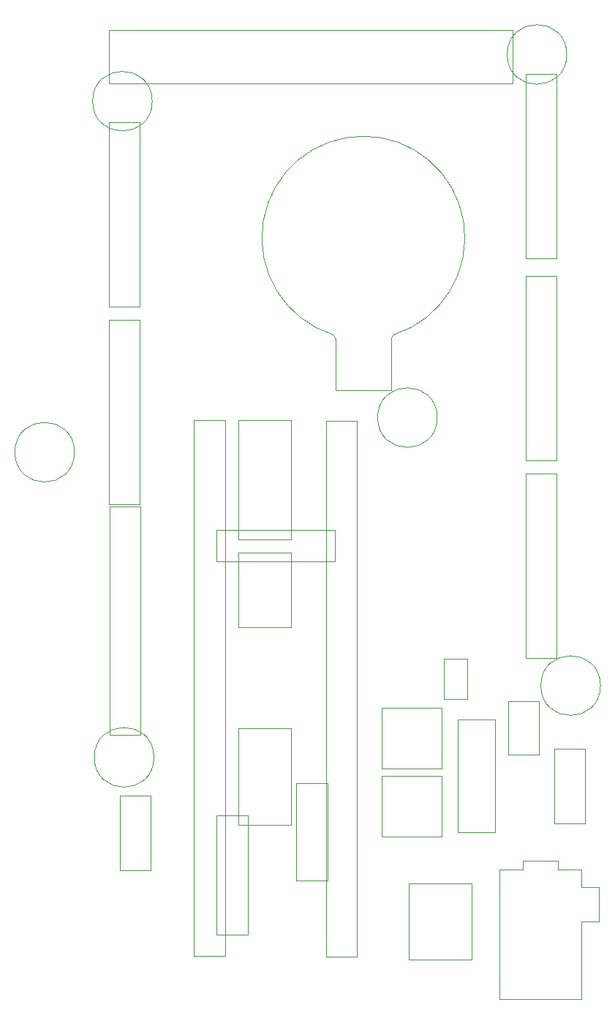
<source format=gbr>
G04 #@! TF.FileFunction,Other,User*
%FSLAX46Y46*%
G04 Gerber Fmt 4.6, Leading zero omitted, Abs format (unit mm)*
G04 Created by KiCad (PCBNEW 4.0.6) date 06/28/18 03:02:04*
%MOMM*%
%LPD*%
G01*
G04 APERTURE LIST*
%ADD10C,0.100000*%
%ADD11C,0.050000*%
G04 APERTURE END LIST*
D10*
D11*
X103450000Y-105000000D02*
G75*
G03X103450000Y-105000000I-3450000J0D01*
G01*
X164350000Y-132000000D02*
G75*
G03X164350000Y-132000000I-3450000J0D01*
G01*
X112650000Y-140300000D02*
G75*
G03X112650000Y-140300000I-3450000J0D01*
G01*
X145450000Y-101000000D02*
G75*
G03X145450000Y-101000000I-3450000J0D01*
G01*
X160450000Y-59000000D02*
G75*
G03X160450000Y-59000000I-3450000J0D01*
G01*
X139009000Y-142448000D02*
X139009000Y-149448000D01*
X139009000Y-149448000D02*
X146009000Y-149448000D01*
X146009000Y-149448000D02*
X146009000Y-142448000D01*
X146009000Y-142448000D02*
X139009000Y-142448000D01*
X146219000Y-133536000D02*
X148919000Y-133536000D01*
X148919000Y-133536000D02*
X148919000Y-128936000D01*
X148919000Y-128936000D02*
X146219000Y-128936000D01*
X146219000Y-128936000D02*
X146219000Y-133536000D01*
X139009000Y-134574000D02*
X139009000Y-141574000D01*
X139009000Y-141574000D02*
X146009000Y-141574000D01*
X146009000Y-141574000D02*
X146009000Y-134574000D01*
X146009000Y-134574000D02*
X139009000Y-134574000D01*
X152900000Y-153300000D02*
X152650000Y-153300000D01*
X152650000Y-153300000D02*
X152650000Y-168300000D01*
X152900000Y-153300000D02*
X155400000Y-153300000D01*
X155400000Y-153300000D02*
X155400000Y-152300000D01*
X155400000Y-152300000D02*
X159400000Y-152300000D01*
X159400000Y-152300000D02*
X159400000Y-153300000D01*
X159400000Y-153300000D02*
X162150000Y-153300000D01*
X162150000Y-153300000D02*
X162150000Y-155300000D01*
X162150000Y-155300000D02*
X164150000Y-155300000D01*
X164150000Y-155300000D02*
X164150000Y-159300000D01*
X164150000Y-159300000D02*
X162150000Y-159300000D01*
X162150000Y-159300000D02*
X162150000Y-168300000D01*
X162150000Y-168300000D02*
X152650000Y-168300000D01*
X152111000Y-135894000D02*
X147811000Y-135894000D01*
X147811000Y-135894000D02*
X147811000Y-148994000D01*
X147811000Y-148994000D02*
X152111000Y-148994000D01*
X152111000Y-148994000D02*
X152111000Y-135894000D01*
X111020000Y-88160000D02*
X111020000Y-66810000D01*
X111020000Y-66810000D02*
X107420000Y-66810000D01*
X107420000Y-66810000D02*
X107420000Y-88160000D01*
X107420000Y-88160000D02*
X111020000Y-88160000D01*
X111020000Y-111020000D02*
X111020000Y-89670000D01*
X111020000Y-89670000D02*
X107420000Y-89670000D01*
X107420000Y-89670000D02*
X107420000Y-111020000D01*
X107420000Y-111020000D02*
X111020000Y-111020000D01*
X111101000Y-137726000D02*
X111101000Y-111276000D01*
X111101000Y-111276000D02*
X107501000Y-111276000D01*
X107501000Y-111276000D02*
X107501000Y-137726000D01*
X107501000Y-137726000D02*
X111101000Y-137726000D01*
X112290000Y-153340000D02*
X112290000Y-144690000D01*
X112290000Y-144690000D02*
X108690000Y-144690000D01*
X108690000Y-144690000D02*
X108690000Y-153340000D01*
X108690000Y-153340000D02*
X112290000Y-153340000D01*
X120900000Y-163280000D02*
X120900000Y-101280000D01*
X120900000Y-101280000D02*
X117300000Y-101280000D01*
X117300000Y-101280000D02*
X117300000Y-163280000D01*
X117300000Y-163280000D02*
X120900000Y-163280000D01*
X128556000Y-115084000D02*
X128556000Y-101334000D01*
X128556000Y-101334000D02*
X122406000Y-101334000D01*
X122406000Y-101334000D02*
X122406000Y-115084000D01*
X122406000Y-115084000D02*
X128556000Y-115084000D01*
X123500000Y-160804000D02*
X123500000Y-147054000D01*
X123500000Y-147054000D02*
X119900000Y-147054000D01*
X119900000Y-147054000D02*
X119900000Y-160804000D01*
X119900000Y-160804000D02*
X123500000Y-160804000D01*
X128556000Y-148104000D02*
X128556000Y-136904000D01*
X128556000Y-136904000D02*
X122406000Y-136904000D01*
X122406000Y-136904000D02*
X122406000Y-148104000D01*
X122406000Y-148104000D02*
X128556000Y-148104000D01*
X132737000Y-154518000D02*
X132737000Y-143318000D01*
X132737000Y-143318000D02*
X129137000Y-143318000D01*
X129137000Y-143318000D02*
X129137000Y-154518000D01*
X129137000Y-154518000D02*
X132737000Y-154518000D01*
X107420000Y-62310000D02*
X154170000Y-62310000D01*
X154170000Y-62310000D02*
X154170000Y-56160000D01*
X154170000Y-56160000D02*
X107420000Y-56160000D01*
X107420000Y-56160000D02*
X107420000Y-62310000D01*
X136166000Y-163344000D02*
X136166000Y-101344000D01*
X136166000Y-101344000D02*
X132566000Y-101344000D01*
X132566000Y-101344000D02*
X132566000Y-163344000D01*
X132566000Y-163344000D02*
X136166000Y-163344000D01*
X159280000Y-82572000D02*
X159280000Y-61222000D01*
X159280000Y-61222000D02*
X155680000Y-61222000D01*
X155680000Y-61222000D02*
X155680000Y-82572000D01*
X155680000Y-82572000D02*
X159280000Y-82572000D01*
X159280000Y-105940000D02*
X159280000Y-84590000D01*
X159280000Y-84590000D02*
X155680000Y-84590000D01*
X155680000Y-84590000D02*
X155680000Y-105940000D01*
X155680000Y-105940000D02*
X159280000Y-105940000D01*
X159280000Y-128800000D02*
X159280000Y-107450000D01*
X159280000Y-107450000D02*
X155680000Y-107450000D01*
X155680000Y-107450000D02*
X155680000Y-128800000D01*
X155680000Y-128800000D02*
X159280000Y-128800000D01*
X128556000Y-125244000D02*
X128556000Y-116594000D01*
X128556000Y-116594000D02*
X122406000Y-116594000D01*
X122406000Y-116594000D02*
X122406000Y-125244000D01*
X122406000Y-125244000D02*
X128556000Y-125244000D01*
X119866000Y-117624000D02*
X133616000Y-117624000D01*
X133616000Y-117624000D02*
X133616000Y-114024000D01*
X133616000Y-114024000D02*
X119866000Y-114024000D01*
X119866000Y-114024000D02*
X119866000Y-117624000D01*
X149396000Y-163683000D02*
X149396000Y-154883000D01*
X142196000Y-163683000D02*
X149396000Y-163683000D01*
X142196000Y-154883000D02*
X142196000Y-163683000D01*
X149396000Y-154883000D02*
X142196000Y-154883000D01*
X136830013Y-68450135D02*
G75*
G02X140500000Y-91385000I69987J-11749865D01*
G01*
X136969987Y-68450135D02*
G75*
G03X133300000Y-91385000I-69987J-11749865D01*
G01*
X140511889Y-91383169D02*
G75*
G03X140150000Y-91900000I188111J-516831D01*
G01*
X133288111Y-91383169D02*
G75*
G02X133650000Y-91900000I-188111J-516831D01*
G01*
X133650000Y-97850000D02*
X133650000Y-91900000D01*
X140150000Y-97850000D02*
X140150000Y-91900000D01*
X140150000Y-97850000D02*
X133650000Y-97850000D01*
X112450000Y-64400000D02*
G75*
G03X112450000Y-64400000I-3450000J0D01*
G01*
X159000000Y-139300000D02*
X159000000Y-147950000D01*
X159000000Y-147950000D02*
X162600000Y-147950000D01*
X162600000Y-147950000D02*
X162600000Y-139300000D01*
X162600000Y-139300000D02*
X159000000Y-139300000D01*
X157248000Y-139976000D02*
X157248000Y-133826000D01*
X157248000Y-133826000D02*
X153648000Y-133826000D01*
X153648000Y-133826000D02*
X153648000Y-139976000D01*
X153648000Y-139976000D02*
X157248000Y-139976000D01*
M02*

</source>
